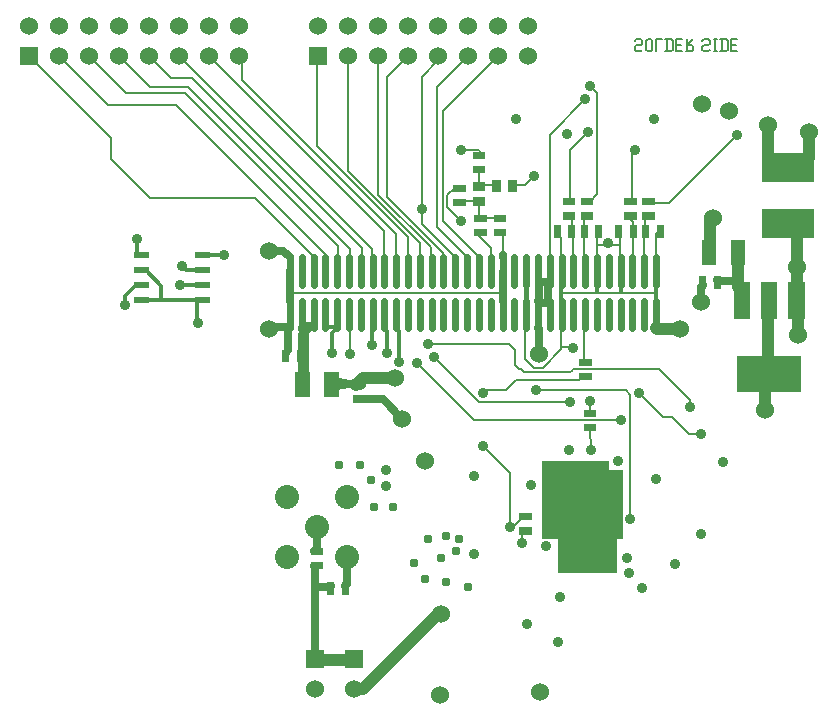
<source format=gbr>
G04 start of page 2 for group 0 idx 0
G04 Title: RX Daughterboard, solder *
G04 Creator: pcb-bin 1.99u *
G04 CreationDate: Sun Jan  7 00:01:30 2007 UTC *
G04 For: matt *
G04 Format: Gerber/RS-274X *
G04 PCB-Dimensions: 275000 250000 *
G04 PCB-Coordinate-Origin: lower left *
%MOIN*%
%FSLAX24Y24*%
%LNBACK*%
%ADD11C,0.0200*%
%ADD12C,0.0250*%
%ADD13C,0.0080*%
%ADD14C,0.0140*%
%ADD15C,0.0400*%
%ADD16C,0.0050*%
%ADD17R,0.0600X0.0600*%
%ADD18C,0.0600*%
%ADD19C,0.0800*%
%ADD20C,0.0360*%
%ADD21C,0.0350*%
%ADD22C,0.0600*%
%ADD23C,0.0310*%
%ADD24R,0.0240X0.0240*%
%ADD25R,0.0970X0.0970*%
%ADD26R,0.0480X0.0480*%
%ADD27C,0.0240*%
%ADD28R,0.0560X0.0560*%
%ADD29R,0.1220X0.1220*%
%ADD30R,0.0200X0.0200*%
%ADD31R,0.0295X0.0295*%
%ADD32C,0.0400*%
%ADD33C,0.0580*%
%ADD34C,0.1280*%
%ADD35C,0.0180*%
%ADD36C,0.0150*%
G54D11*G36*
X17900Y6500D02*Y9100D01*
X18615D01*
Y8227D01*
X18608Y8234D01*
X18596Y8217D01*
X18579Y8180D01*
X18568Y8140D01*
X18565Y8100D01*
X18568Y8059D01*
X18579Y8019D01*
X18596Y7982D01*
X18608Y7965D01*
X18615Y7972D01*
Y7877D01*
X18608Y7884D01*
X18596Y7867D01*
X18579Y7830D01*
X18568Y7790D01*
X18565Y7750D01*
X18568Y7709D01*
X18579Y7669D01*
X18596Y7632D01*
X18608Y7615D01*
X18615Y7622D01*
Y7527D01*
X18608Y7534D01*
X18596Y7517D01*
X18579Y7480D01*
X18568Y7440D01*
X18565Y7400D01*
X18568Y7359D01*
X18579Y7319D01*
X18596Y7282D01*
X18608Y7265D01*
X18615Y7272D01*
Y7177D01*
X18608Y7184D01*
X18596Y7167D01*
X18579Y7130D01*
X18568Y7090D01*
X18565Y7050D01*
X18568Y7009D01*
X18579Y6969D01*
X18596Y6932D01*
X18608Y6915D01*
X18615Y6922D01*
Y6500D01*
X18117D01*
X18095Y6505D01*
X18050Y6509D01*
X18004Y6505D01*
X17983Y6500D01*
X17900D01*
G37*
G36*
X18615Y9100D02*X18800D01*
Y8334D01*
X18759Y8331D01*
X18719Y8320D01*
X18682Y8303D01*
X18665Y8291D01*
X18722Y8234D01*
X18722Y8234D01*
X18747Y8245D01*
X18773Y8252D01*
X18800Y8254D01*
Y7984D01*
X18759Y7981D01*
X18719Y7970D01*
X18682Y7953D01*
X18665Y7941D01*
X18681Y7925D01*
X18665Y7908D01*
X18682Y7896D01*
X18719Y7879D01*
X18759Y7868D01*
X18800Y7865D01*
Y7634D01*
X18759Y7631D01*
X18719Y7620D01*
X18682Y7603D01*
X18665Y7591D01*
X18681Y7575D01*
X18665Y7558D01*
X18682Y7546D01*
X18719Y7529D01*
X18759Y7518D01*
X18800Y7515D01*
Y7284D01*
X18759Y7281D01*
X18719Y7270D01*
X18682Y7253D01*
X18665Y7241D01*
X18681Y7225D01*
X18665Y7208D01*
X18682Y7196D01*
X18719Y7179D01*
X18759Y7168D01*
X18800Y7165D01*
Y6895D01*
X18773Y6897D01*
X18747Y6904D01*
X18722Y6915D01*
X18722Y6916D01*
X18665Y6858D01*
X18682Y6846D01*
X18719Y6829D01*
X18759Y6818D01*
X18800Y6815D01*
Y6500D01*
X18615D01*
Y6922D01*
X18666Y6972D01*
X18665Y6972D01*
X18654Y6997D01*
X18647Y7023D01*
X18645Y7050D01*
X18647Y7076D01*
X18654Y7103D01*
X18665Y7127D01*
X18666Y7127D01*
X18615Y7177D01*
Y7272D01*
X18666Y7322D01*
X18665Y7322D01*
X18654Y7347D01*
X18647Y7373D01*
X18645Y7400D01*
X18647Y7426D01*
X18654Y7453D01*
X18665Y7477D01*
X18666Y7477D01*
X18615Y7527D01*
Y7622D01*
X18666Y7672D01*
X18665Y7672D01*
X18654Y7697D01*
X18647Y7723D01*
X18645Y7750D01*
X18647Y7776D01*
X18654Y7803D01*
X18665Y7827D01*
X18666Y7827D01*
X18615Y7877D01*
Y7972D01*
X18666Y8022D01*
X18665Y8022D01*
X18654Y8047D01*
X18647Y8073D01*
X18645Y8100D01*
X18647Y8126D01*
X18654Y8153D01*
X18665Y8177D01*
X18666Y8177D01*
X18615Y8227D01*
Y9100D01*
G37*
G36*
X18800D02*X19084D01*
Y8183D01*
X19059Y8181D01*
X19022Y8171D01*
X19020Y8180D01*
X19003Y8217D01*
X18991Y8234D01*
X18934Y8177D01*
X18934Y8177D01*
X18945Y8153D01*
X18952Y8126D01*
X18954Y8100D01*
X18952Y8073D01*
X18945Y8047D01*
X18908Y8084D01*
X18896Y8067D01*
X18879Y8030D01*
X18868Y7990D01*
X18867Y7974D01*
X18840Y7981D01*
X18800Y7984D01*
Y8254D01*
X18826Y8252D01*
X18853Y8245D01*
X18877Y8234D01*
X18877Y8234D01*
X18934Y8291D01*
X18917Y8303D01*
X18880Y8320D01*
X18840Y8331D01*
X18800Y8334D01*
Y9100D01*
G37*
G36*
Y7865D02*X18840Y7868D01*
X18877Y7878D01*
X18879Y7869D01*
X18896Y7832D01*
X18908Y7815D01*
X18966Y7872D01*
X18965Y7872D01*
X18954Y7897D01*
X18947Y7923D01*
X18945Y7950D01*
X18947Y7976D01*
X18954Y8002D01*
X18991Y7965D01*
X19003Y7982D01*
X19020Y8019D01*
X19031Y8059D01*
X19033Y8089D01*
X19047Y8095D01*
X19073Y8102D01*
X19084Y8103D01*
Y7796D01*
X19073Y7797D01*
X19047Y7804D01*
X19024Y7814D01*
X19020Y7830D01*
X19003Y7867D01*
X18991Y7884D01*
X18934Y7827D01*
X18934Y7827D01*
X18945Y7803D01*
X18952Y7776D01*
X18954Y7750D01*
X18952Y7723D01*
X18945Y7697D01*
X18934Y7672D01*
X18934Y7672D01*
X18991Y7615D01*
X19003Y7632D01*
X19020Y7669D01*
X19024Y7685D01*
X19047Y7695D01*
X19073Y7702D01*
X19084Y7703D01*
Y7433D01*
X19059Y7431D01*
X19032Y7424D01*
X19031Y7440D01*
X19020Y7480D01*
X19003Y7517D01*
X18991Y7534D01*
X18954Y7497D01*
X18947Y7523D01*
X18945Y7550D01*
X18947Y7576D01*
X18954Y7603D01*
X18965Y7627D01*
X18966Y7627D01*
X18908Y7684D01*
X18896Y7667D01*
X18879Y7630D01*
X18877Y7621D01*
X18840Y7631D01*
X18800Y7634D01*
Y7865D01*
G37*
G36*
Y7515D02*X18840Y7518D01*
X18867Y7526D01*
X18868Y7509D01*
X18879Y7469D01*
X18896Y7432D01*
X18908Y7415D01*
X18945Y7452D01*
X18952Y7426D01*
X18954Y7400D01*
X18952Y7373D01*
X18945Y7347D01*
X18934Y7322D01*
X18934Y7322D01*
X18991Y7265D01*
X19003Y7282D01*
X19020Y7319D01*
X19022Y7328D01*
X19059Y7318D01*
X19084Y7316D01*
Y7046D01*
X19073Y7047D01*
X19047Y7054D01*
X19033Y7060D01*
X19031Y7090D01*
X19020Y7130D01*
X19003Y7167D01*
X18991Y7184D01*
X18954Y7147D01*
X18947Y7173D01*
X18945Y7200D01*
X18947Y7226D01*
X18954Y7253D01*
X18965Y7277D01*
X18966Y7277D01*
X18908Y7334D01*
X18896Y7317D01*
X18879Y7280D01*
X18877Y7271D01*
X18840Y7281D01*
X18800Y7284D01*
Y7515D01*
G37*
G36*
Y7165D02*X18840Y7168D01*
X18867Y7176D01*
X18868Y7159D01*
X18879Y7119D01*
X18896Y7082D01*
X18908Y7065D01*
X18945Y7102D01*
X18952Y7076D01*
X18954Y7050D01*
X18952Y7023D01*
X18945Y6997D01*
X18934Y6972D01*
X18934Y6972D01*
X18991Y6915D01*
X19003Y6932D01*
X19020Y6969D01*
X19022Y6978D01*
X19059Y6968D01*
X19084Y6966D01*
Y6500D01*
X18800D01*
Y6815D01*
X18840Y6818D01*
X18880Y6829D01*
X18917Y6846D01*
X18934Y6858D01*
X18877Y6916D01*
X18877Y6915D01*
X18853Y6904D01*
X18826Y6897D01*
X18800Y6895D01*
Y7165D01*
G37*
G36*
X19084Y9100D02*X19350D01*
Y8384D01*
X19309Y8381D01*
X19269Y8370D01*
X19232Y8353D01*
X19215Y8341D01*
X19272Y8284D01*
X19272Y8284D01*
X19297Y8295D01*
X19323Y8302D01*
X19350Y8304D01*
Y7995D01*
X19329Y7996D01*
X19320Y8030D01*
X19303Y8067D01*
X19291Y8084D01*
X19234Y8027D01*
X19234Y8027D01*
X19245Y8003D01*
X19248Y7992D01*
X19215Y7958D01*
X19227Y7950D01*
X19215Y7941D01*
X19248Y7907D01*
X19245Y7897D01*
X19234Y7872D01*
X19234Y7872D01*
X19291Y7815D01*
X19303Y7832D01*
X19320Y7869D01*
X19329Y7903D01*
X19350Y7904D01*
Y7595D01*
X19329Y7596D01*
X19320Y7630D01*
X19303Y7667D01*
X19291Y7684D01*
X19234Y7627D01*
X19234Y7627D01*
X19245Y7603D01*
X19248Y7592D01*
X19215Y7558D01*
X19232Y7546D01*
X19253Y7536D01*
X19252Y7523D01*
X19245Y7497D01*
X19234Y7472D01*
X19234Y7472D01*
X19291Y7415D01*
X19303Y7432D01*
X19320Y7469D01*
X19324Y7485D01*
X19347Y7495D01*
X19350Y7496D01*
Y7234D01*
X19331Y7233D01*
X19331Y7240D01*
X19320Y7280D01*
X19303Y7317D01*
X19291Y7334D01*
X19254Y7297D01*
X19247Y7323D01*
X19245Y7350D01*
X19247Y7376D01*
X19254Y7403D01*
X19265Y7427D01*
X19266Y7427D01*
X19208Y7484D01*
X19196Y7467D01*
X19179Y7430D01*
X19177Y7421D01*
X19140Y7431D01*
X19100Y7434D01*
X19084Y7433D01*
Y7703D01*
X19100Y7704D01*
X19120Y7703D01*
X19129Y7669D01*
X19146Y7632D01*
X19158Y7615D01*
X19216Y7672D01*
X19215Y7672D01*
X19204Y7697D01*
X19201Y7707D01*
X19234Y7741D01*
X19222Y7750D01*
X19234Y7758D01*
X19201Y7792D01*
X19204Y7803D01*
X19215Y7827D01*
X19216Y7827D01*
X19158Y7884D01*
X19146Y7867D01*
X19129Y7830D01*
X19120Y7796D01*
X19100Y7795D01*
X19084Y7796D01*
Y8103D01*
X19100Y8104D01*
X19120Y8103D01*
X19129Y8069D01*
X19146Y8032D01*
X19158Y8015D01*
X19216Y8072D01*
X19215Y8072D01*
X19204Y8097D01*
X19201Y8107D01*
X19234Y8141D01*
X19217Y8153D01*
X19196Y8163D01*
X19197Y8176D01*
X19204Y8203D01*
X19215Y8227D01*
X19216Y8227D01*
X19158Y8284D01*
X19146Y8267D01*
X19129Y8230D01*
X19118Y8190D01*
X19118Y8183D01*
X19100Y8184D01*
X19084Y8183D01*
Y9100D01*
G37*
G36*
Y7316D02*X19100Y7315D01*
X19140Y7318D01*
X19167Y7326D01*
X19168Y7309D01*
X19179Y7269D01*
X19196Y7232D01*
X19208Y7215D01*
X19245Y7252D01*
X19252Y7226D01*
X19253Y7213D01*
X19232Y7203D01*
X19215Y7191D01*
X19248Y7157D01*
X19245Y7147D01*
X19234Y7122D01*
X19234Y7122D01*
X19291Y7065D01*
X19303Y7082D01*
X19320Y7119D01*
X19322Y7128D01*
X19350Y7121D01*
Y6845D01*
X19323Y6847D01*
X19297Y6854D01*
X19272Y6865D01*
X19272Y6866D01*
X19215Y6808D01*
X19232Y6796D01*
X19269Y6779D01*
X19309Y6768D01*
X19350Y6765D01*
Y6500D01*
X19084D01*
Y6966D01*
X19100Y6965D01*
X19118Y6966D01*
X19118Y6959D01*
X19129Y6919D01*
X19146Y6882D01*
X19158Y6865D01*
X19216Y6922D01*
X19215Y6922D01*
X19204Y6947D01*
X19197Y6973D01*
X19196Y6986D01*
X19217Y6996D01*
X19234Y7008D01*
X19201Y7042D01*
X19204Y7053D01*
X19215Y7077D01*
X19216Y7077D01*
X19158Y7134D01*
X19146Y7117D01*
X19129Y7080D01*
X19120Y7046D01*
X19100Y7045D01*
X19084Y7046D01*
Y7316D01*
G37*
G36*
X19350Y9100D02*X19650D01*
Y8178D01*
X19640Y8181D01*
X19600Y8184D01*
X19581Y8183D01*
X19581Y8190D01*
X19570Y8230D01*
X19553Y8267D01*
X19541Y8284D01*
X19484Y8227D01*
X19484Y8227D01*
X19495Y8203D01*
X19502Y8176D01*
X19503Y8163D01*
X19482Y8153D01*
X19465Y8141D01*
X19498Y8107D01*
X19495Y8097D01*
X19484Y8072D01*
X19484Y8072D01*
X19541Y8015D01*
X19553Y8032D01*
X19570Y8069D01*
X19579Y8103D01*
X19600Y8104D01*
X19626Y8102D01*
X19650Y8096D01*
Y7803D01*
X19626Y7797D01*
X19600Y7795D01*
X19579Y7796D01*
X19570Y7830D01*
X19553Y7867D01*
X19541Y7884D01*
X19484Y7827D01*
X19484Y7827D01*
X19495Y7803D01*
X19498Y7792D01*
X19465Y7758D01*
X19482Y7746D01*
X19503Y7736D01*
X19502Y7723D01*
X19495Y7697D01*
X19484Y7672D01*
X19484Y7672D01*
X19541Y7615D01*
X19553Y7632D01*
X19570Y7669D01*
X19574Y7685D01*
X19597Y7695D01*
X19623Y7702D01*
X19650Y7704D01*
Y7395D01*
X19629Y7396D01*
X19620Y7430D01*
X19603Y7467D01*
X19591Y7484D01*
X19534Y7427D01*
X19534Y7427D01*
X19545Y7403D01*
X19548Y7392D01*
X19515Y7358D01*
X19527Y7350D01*
X19515Y7341D01*
X19548Y7307D01*
X19545Y7297D01*
X19534Y7272D01*
X19534Y7272D01*
X19591Y7215D01*
X19603Y7232D01*
X19620Y7269D01*
X19629Y7303D01*
X19650Y7304D01*
Y6995D01*
X19623Y6997D01*
X19597Y7004D01*
X19583Y7010D01*
X19581Y7040D01*
X19570Y7080D01*
X19553Y7117D01*
X19541Y7134D01*
X19504Y7097D01*
X19497Y7123D01*
X19496Y7136D01*
X19517Y7146D01*
X19534Y7158D01*
X19501Y7192D01*
X19504Y7203D01*
X19515Y7227D01*
X19516Y7227D01*
X19458Y7284D01*
X19446Y7267D01*
X19429Y7230D01*
X19427Y7221D01*
X19390Y7231D01*
X19350Y7234D01*
Y7496D01*
X19373Y7502D01*
X19400Y7504D01*
X19420Y7503D01*
X19429Y7469D01*
X19446Y7432D01*
X19458Y7415D01*
X19516Y7472D01*
X19515Y7472D01*
X19504Y7497D01*
X19501Y7507D01*
X19534Y7541D01*
X19517Y7553D01*
X19496Y7563D01*
X19497Y7576D01*
X19504Y7603D01*
X19515Y7627D01*
X19516Y7627D01*
X19458Y7684D01*
X19446Y7667D01*
X19429Y7630D01*
X19425Y7614D01*
X19403Y7604D01*
X19376Y7597D01*
X19350Y7595D01*
Y7904D01*
X19370Y7903D01*
X19379Y7869D01*
X19396Y7832D01*
X19408Y7815D01*
X19466Y7872D01*
X19465Y7872D01*
X19454Y7897D01*
X19451Y7907D01*
X19484Y7941D01*
X19472Y7950D01*
X19484Y7958D01*
X19451Y7992D01*
X19454Y8003D01*
X19465Y8027D01*
X19466Y8027D01*
X19408Y8084D01*
X19396Y8067D01*
X19379Y8030D01*
X19370Y7996D01*
X19350Y7995D01*
Y8304D01*
X19376Y8302D01*
X19403Y8295D01*
X19427Y8284D01*
X19427Y8284D01*
X19484Y8341D01*
X19467Y8353D01*
X19430Y8370D01*
X19390Y8381D01*
X19350Y8384D01*
Y9100D01*
G37*
G36*
X19650D02*X19900D01*
Y8334D01*
X19859Y8331D01*
X19819Y8320D01*
X19782Y8303D01*
X19765Y8291D01*
X19822Y8234D01*
X19822Y8234D01*
X19847Y8245D01*
X19873Y8252D01*
X19900Y8254D01*
Y7984D01*
X19859Y7981D01*
X19832Y7974D01*
X19831Y7990D01*
X19820Y8030D01*
X19803Y8067D01*
X19791Y8084D01*
X19754Y8047D01*
X19747Y8073D01*
X19745Y8100D01*
X19747Y8126D01*
X19754Y8153D01*
X19765Y8177D01*
X19766Y8177D01*
X19708Y8234D01*
X19696Y8217D01*
X19679Y8180D01*
X19677Y8171D01*
X19650Y8178D01*
Y9100D01*
G37*
G36*
X19900Y7228D02*X19872Y7221D01*
X19870Y7230D01*
X19853Y7267D01*
X19841Y7284D01*
X19784Y7227D01*
X19784Y7227D01*
X19795Y7203D01*
X19798Y7192D01*
X19765Y7158D01*
X19782Y7146D01*
X19803Y7136D01*
X19802Y7123D01*
X19795Y7097D01*
X19758Y7134D01*
X19746Y7117D01*
X19729Y7080D01*
X19718Y7040D01*
X19716Y7010D01*
X19703Y7004D01*
X19676Y6997D01*
X19650Y6995D01*
Y7304D01*
X19670Y7303D01*
X19679Y7269D01*
X19696Y7232D01*
X19708Y7215D01*
X19766Y7272D01*
X19765Y7272D01*
X19754Y7297D01*
X19751Y7307D01*
X19784Y7341D01*
X19772Y7350D01*
X19784Y7358D01*
X19751Y7392D01*
X19754Y7403D01*
X19765Y7427D01*
X19766Y7427D01*
X19708Y7484D01*
X19696Y7467D01*
X19679Y7430D01*
X19670Y7396D01*
X19650Y7395D01*
Y7704D01*
X19670Y7703D01*
X19679Y7669D01*
X19696Y7632D01*
X19708Y7615D01*
X19766Y7672D01*
X19765Y7672D01*
X19754Y7697D01*
X19751Y7707D01*
X19784Y7741D01*
X19767Y7753D01*
X19746Y7763D01*
X19747Y7776D01*
X19754Y7803D01*
X19765Y7827D01*
X19766Y7827D01*
X19708Y7884D01*
X19696Y7867D01*
X19679Y7830D01*
X19675Y7814D01*
X19653Y7804D01*
X19650Y7803D01*
Y8096D01*
X19653Y8095D01*
X19666Y8089D01*
X19668Y8059D01*
X19679Y8019D01*
X19696Y7982D01*
X19708Y7965D01*
X19745Y8002D01*
X19752Y7976D01*
X19754Y7950D01*
X19752Y7923D01*
X19745Y7897D01*
X19734Y7872D01*
X19734Y7872D01*
X19791Y7815D01*
X19803Y7832D01*
X19820Y7869D01*
X19822Y7878D01*
X19859Y7868D01*
X19900Y7865D01*
Y7595D01*
X19879Y7596D01*
X19870Y7630D01*
X19853Y7667D01*
X19841Y7684D01*
X19784Y7627D01*
X19784Y7627D01*
X19795Y7603D01*
X19798Y7592D01*
X19765Y7558D01*
X19777Y7550D01*
X19765Y7541D01*
X19798Y7507D01*
X19795Y7497D01*
X19784Y7472D01*
X19784Y7472D01*
X19841Y7415D01*
X19853Y7432D01*
X19870Y7469D01*
X19879Y7503D01*
X19900Y7504D01*
Y7228D01*
G37*
G36*
Y9100D02*X20084D01*
Y8228D01*
X20034Y8177D01*
X20034Y8177D01*
X20045Y8153D01*
X20052Y8126D01*
X20054Y8100D01*
X20052Y8073D01*
X20045Y8047D01*
X20034Y8022D01*
X20034Y8022D01*
X20084Y7972D01*
Y7878D01*
X20034Y7827D01*
X20034Y7827D01*
X20045Y7803D01*
X20052Y7776D01*
X20054Y7750D01*
X20052Y7723D01*
X20045Y7697D01*
X20034Y7672D01*
X20034Y7672D01*
X20084Y7622D01*
Y7478D01*
X20034Y7427D01*
X20034Y7427D01*
X20045Y7403D01*
X20052Y7376D01*
X20054Y7350D01*
X20052Y7323D01*
X20045Y7297D01*
X20034Y7272D01*
X20034Y7272D01*
X20084Y7222D01*
Y7191D01*
X20067Y7203D01*
X20030Y7220D01*
X19990Y7231D01*
X19950Y7234D01*
X19909Y7231D01*
X19900Y7228D01*
Y7504D01*
X19926Y7502D01*
X19953Y7495D01*
X19977Y7484D01*
X19977Y7484D01*
X20034Y7541D01*
X20022Y7550D01*
X20034Y7558D01*
X19977Y7616D01*
X19977Y7615D01*
X19953Y7604D01*
X19926Y7597D01*
X19900Y7595D01*
Y7865D01*
X19940Y7868D01*
X19980Y7879D01*
X20017Y7896D01*
X20034Y7908D01*
X20018Y7925D01*
X20034Y7941D01*
X20017Y7953D01*
X19980Y7970D01*
X19940Y7981D01*
X19900Y7984D01*
Y8254D01*
X19926Y8252D01*
X19953Y8245D01*
X19977Y8234D01*
X19977Y8234D01*
X20034Y8291D01*
X20017Y8303D01*
X19980Y8320D01*
X19940Y8331D01*
X19900Y8334D01*
Y9100D01*
G37*
G36*
X19350Y7121D02*X19359Y7118D01*
X19400Y7115D01*
X19418Y7116D01*
X19418Y7109D01*
X19429Y7069D01*
X19446Y7032D01*
X19458Y7015D01*
X19495Y7052D01*
X19502Y7026D01*
X19504Y7000D01*
X19502Y6973D01*
X19495Y6947D01*
X19484Y6922D01*
X19484Y6922D01*
X19541Y6865D01*
X19553Y6882D01*
X19570Y6919D01*
X19572Y6928D01*
X19609Y6918D01*
X19650Y6915D01*
X19690Y6918D01*
X19727Y6928D01*
X19729Y6919D01*
X19746Y6882D01*
X19758Y6865D01*
X19816Y6922D01*
X19815Y6922D01*
X19804Y6947D01*
X19797Y6973D01*
X19795Y7000D01*
X19797Y7026D01*
X19804Y7052D01*
X19841Y7015D01*
X19853Y7032D01*
X19870Y7069D01*
X19881Y7109D01*
X19881Y7116D01*
X19900Y7115D01*
X19940Y7118D01*
X19980Y7129D01*
X20009Y7142D01*
X20027Y7134D01*
X20027Y7134D01*
X20084Y7190D01*
Y7078D01*
X20084Y7077D01*
X20084Y7077D01*
X20084Y7076D01*
Y6923D01*
X20084Y6922D01*
X20084Y6922D01*
X20084Y6922D01*
Y6809D01*
X20027Y6866D01*
X20027Y6865D01*
X20003Y6854D01*
X19976Y6847D01*
X19950Y6845D01*
X19923Y6847D01*
X19897Y6854D01*
X19872Y6865D01*
X19872Y6866D01*
X19815Y6808D01*
X19832Y6796D01*
X19869Y6779D01*
X19909Y6768D01*
X19950Y6765D01*
X19990Y6768D01*
X20030Y6779D01*
X20067Y6796D01*
X20084Y6808D01*
Y6500D01*
X19350D01*
Y6765D01*
X19390Y6768D01*
X19430Y6779D01*
X19467Y6796D01*
X19484Y6808D01*
X19427Y6866D01*
X19427Y6865D01*
X19403Y6854D01*
X19376Y6847D01*
X19350Y6845D01*
Y7121D01*
G37*
G36*
X20084Y9100D02*X20150D01*
Y7122D01*
X20141Y7134D01*
X20084Y7078D01*
Y7190D01*
X20084Y7191D01*
X20084Y7191D01*
Y7222D01*
X20091Y7215D01*
X20103Y7232D01*
X20120Y7269D01*
X20131Y7309D01*
X20134Y7350D01*
X20131Y7390D01*
X20120Y7430D01*
X20103Y7467D01*
X20091Y7484D01*
X20084Y7478D01*
Y7622D01*
X20091Y7615D01*
X20103Y7632D01*
X20120Y7669D01*
X20131Y7709D01*
X20134Y7750D01*
X20131Y7790D01*
X20120Y7830D01*
X20103Y7867D01*
X20091Y7884D01*
X20084Y7878D01*
Y7972D01*
X20091Y7965D01*
X20103Y7982D01*
X20120Y8019D01*
X20131Y8059D01*
X20134Y8100D01*
X20131Y8140D01*
X20120Y8180D01*
X20103Y8217D01*
X20091Y8234D01*
X20084Y8228D01*
Y9100D01*
G37*
G36*
Y7076D02*X20095Y7053D01*
X20102Y7026D01*
X20104Y7000D01*
X20102Y6973D01*
X20095Y6947D01*
X20084Y6923D01*
Y7076D01*
G37*
G36*
Y6922D02*X20141Y6865D01*
X20150Y6877D01*
Y6500D01*
X20084D01*
Y6808D01*
X20084Y6808D01*
X20084Y6809D01*
Y6922D01*
G37*
G36*
X19750Y6500D02*Y6877D01*
X19758Y6865D01*
X19816Y6922D01*
X19815Y6922D01*
X19804Y6947D01*
X19797Y6973D01*
X19795Y7000D01*
X19797Y7026D01*
X19804Y7052D01*
X19841Y7015D01*
X19853Y7032D01*
X19870Y7069D01*
X19881Y7109D01*
X19881Y7116D01*
X19900Y7115D01*
X19940Y7118D01*
X19980Y7129D01*
X20009Y7142D01*
X20027Y7134D01*
X20027Y7134D01*
X20084Y7190D01*
Y7078D01*
X20084Y7077D01*
X20084Y7077D01*
X20084Y7076D01*
Y6923D01*
X20084Y6922D01*
X20084Y6922D01*
X20084Y6922D01*
Y6809D01*
X20027Y6866D01*
X20027Y6865D01*
X20003Y6854D01*
X19976Y6847D01*
X19950Y6845D01*
X19923Y6847D01*
X19897Y6854D01*
X19872Y6865D01*
X19872Y6866D01*
X19815Y6808D01*
X19832Y6796D01*
X19869Y6779D01*
X19909Y6768D01*
X19950Y6765D01*
X19990Y6768D01*
X20030Y6779D01*
X20067Y6796D01*
X20084Y6808D01*
Y6500D01*
X19750D01*
G37*
G36*
X19900Y7228D02*X19872Y7221D01*
X19870Y7230D01*
X19853Y7267D01*
X19841Y7284D01*
X19784Y7227D01*
X19784Y7227D01*
X19795Y7203D01*
X19798Y7192D01*
X19765Y7158D01*
X19782Y7146D01*
X19803Y7136D01*
X19802Y7123D01*
X19795Y7097D01*
X19758Y7134D01*
X19750Y7122D01*
Y7256D01*
X19766Y7272D01*
X19765Y7272D01*
X19754Y7297D01*
X19751Y7307D01*
X19784Y7341D01*
X19772Y7350D01*
X19784Y7358D01*
X19751Y7392D01*
X19754Y7403D01*
X19765Y7427D01*
X19766Y7427D01*
X19750Y7443D01*
Y7656D01*
X19766Y7672D01*
X19765Y7672D01*
X19754Y7697D01*
X19751Y7707D01*
X19784Y7741D01*
X19767Y7753D01*
X19750Y7761D01*
Y7786D01*
X19754Y7803D01*
X19765Y7827D01*
X19766Y7827D01*
X19750Y7843D01*
Y7856D01*
X19791Y7815D01*
X19803Y7832D01*
X19820Y7869D01*
X19822Y7878D01*
X19859Y7868D01*
X19900Y7865D01*
Y7595D01*
X19879Y7596D01*
X19870Y7630D01*
X19853Y7667D01*
X19841Y7684D01*
X19784Y7627D01*
X19784Y7627D01*
X19795Y7603D01*
X19798Y7592D01*
X19765Y7558D01*
X19777Y7550D01*
X19765Y7541D01*
X19798Y7507D01*
X19795Y7497D01*
X19784Y7472D01*
X19784Y7472D01*
X19841Y7415D01*
X19853Y7432D01*
X19870Y7469D01*
X19879Y7503D01*
X19900Y7504D01*
Y7228D01*
G37*
G36*
Y7984D02*X19859Y7981D01*
X19832Y7974D01*
X19831Y7990D01*
X19820Y8030D01*
X19803Y8067D01*
X19791Y8084D01*
X19754Y8047D01*
X19750Y8063D01*
Y8136D01*
X19754Y8153D01*
X19765Y8177D01*
X19766Y8177D01*
X19750Y8193D01*
Y8800D01*
X19900D01*
Y8334D01*
X19859Y8331D01*
X19819Y8320D01*
X19782Y8303D01*
X19765Y8291D01*
X19822Y8234D01*
X19822Y8234D01*
X19847Y8245D01*
X19873Y8252D01*
X19900Y8254D01*
Y7984D01*
G37*
G36*
X20084Y7191D02*X20067Y7203D01*
X20030Y7220D01*
X19990Y7231D01*
X19950Y7234D01*
X19909Y7231D01*
X19900Y7228D01*
Y7504D01*
X19926Y7502D01*
X19953Y7495D01*
X19977Y7484D01*
X19977Y7484D01*
X20034Y7541D01*
X20022Y7550D01*
X20034Y7558D01*
X19977Y7616D01*
X19977Y7615D01*
X19953Y7604D01*
X19926Y7597D01*
X19900Y7595D01*
Y7865D01*
X19940Y7868D01*
X19980Y7879D01*
X20017Y7896D01*
X20034Y7908D01*
X20018Y7925D01*
X20034Y7941D01*
X20017Y7953D01*
X19980Y7970D01*
X19940Y7981D01*
X19900Y7984D01*
Y8254D01*
X19926Y8252D01*
X19953Y8245D01*
X19977Y8234D01*
X19977Y8234D01*
X20034Y8291D01*
X20017Y8303D01*
X19980Y8320D01*
X19940Y8331D01*
X19900Y8334D01*
Y8800D01*
X20084D01*
Y8228D01*
X20034Y8177D01*
X20034Y8177D01*
X20045Y8153D01*
X20052Y8126D01*
X20054Y8100D01*
X20052Y8073D01*
X20045Y8047D01*
X20034Y8022D01*
X20034Y8022D01*
X20084Y7972D01*
Y7878D01*
X20034Y7827D01*
X20034Y7827D01*
X20045Y7803D01*
X20052Y7776D01*
X20054Y7750D01*
X20052Y7723D01*
X20045Y7697D01*
X20034Y7672D01*
X20034Y7672D01*
X20084Y7622D01*
Y7478D01*
X20034Y7427D01*
X20034Y7427D01*
X20045Y7403D01*
X20052Y7376D01*
X20054Y7350D01*
X20052Y7323D01*
X20045Y7297D01*
X20034Y7272D01*
X20034Y7272D01*
X20084Y7222D01*
Y7191D01*
G37*
G36*
Y7190D02*X20084Y7191D01*
X20084Y7191D01*
Y7222D01*
X20091Y7215D01*
X20103Y7232D01*
X20120Y7269D01*
X20131Y7309D01*
X20134Y7350D01*
X20131Y7390D01*
X20120Y7430D01*
X20103Y7467D01*
X20091Y7484D01*
X20084Y7478D01*
Y7622D01*
X20091Y7615D01*
X20103Y7632D01*
X20120Y7669D01*
X20131Y7709D01*
X20134Y7750D01*
X20131Y7790D01*
X20120Y7830D01*
X20103Y7867D01*
X20091Y7884D01*
X20084Y7878D01*
Y7972D01*
X20091Y7965D01*
X20103Y7982D01*
X20120Y8019D01*
X20131Y8059D01*
X20134Y8100D01*
X20131Y8140D01*
X20120Y8180D01*
X20103Y8217D01*
X20091Y8234D01*
X20084Y8228D01*
Y8800D01*
X20600D01*
Y7217D01*
X20594Y7195D01*
X20590Y7150D01*
X20594Y7104D01*
X20600Y7083D01*
Y6500D01*
X20084D01*
Y6808D01*
X20084Y6808D01*
X20084Y6809D01*
Y6922D01*
X20141Y6865D01*
X20153Y6882D01*
X20170Y6919D01*
X20181Y6959D01*
X20184Y7000D01*
X20181Y7040D01*
X20170Y7080D01*
X20153Y7117D01*
X20141Y7134D01*
X20084Y7078D01*
Y7190D01*
G37*
G36*
Y7076D02*X20095Y7053D01*
X20102Y7026D01*
X20104Y7000D01*
X20102Y6973D01*
X20095Y6947D01*
X20084Y6923D01*
Y7076D01*
G37*
G36*
X18450Y5350D02*Y6600D01*
X20400D01*
Y5350D01*
X18450D01*
G37*
G54D12*X16585Y14428D02*X16600Y14443D01*
Y15400D01*
G54D13*X15798Y15881D02*X15800Y15882D01*
G54D12*X16585Y15881D02*Y15964D01*
G54D13*X15404Y15881D02*X15450Y15926D01*
X17373Y14428D02*X17350Y14452D01*
Y15250D01*
G54D14*X17373Y14428D02*X17400Y14455D01*
Y15100D01*
X17350D01*
G54D13*X14600Y16036D02*Y15550D01*
X15050Y15900D02*Y15650D01*
X15404Y15881D02*X14400Y16885D01*
X16200Y15900D02*Y16200D01*
X16600Y15950D02*Y16700D01*
X16550Y16750D01*
X15011Y15881D02*X15000Y15892D01*
X15798Y15881D02*X14600Y17079D01*
X16450Y22350D02*Y22600D01*
X14450D02*X14400D01*
X14450Y22450D02*Y22550D01*
X15450Y22600D02*X14400Y21550D01*
X16450Y22600D02*X14600Y20750D01*
Y20700D01*
X14400Y16900D02*Y21550D01*
X14600Y17079D02*Y20750D01*
X15800Y17750D02*X15250D01*
X15200Y17700D01*
Y17100D02*X14750Y17550D01*
Y17950D01*
X15000Y18200D01*
X15200D01*
X15800Y18300D02*X16393D01*
X15800Y18800D02*Y18250D01*
X15200Y19450D02*X15800D01*
X15850Y19400D01*
Y19300D01*
X16393Y18300D02*X16394Y18299D01*
X18160Y19960D02*X19350Y21150D01*
X19450Y20050D02*X18850Y19450D01*
Y17700D01*
X19750Y18000D02*Y21350D01*
X19500Y21600D01*
X16200Y16200D02*X15700Y16700D01*
X16450Y17200D02*X15900D01*
X15800D02*Y17800D01*
X18160Y15881D02*Y19960D01*
X15893Y18200D02*X15899Y18205D01*
X15905Y18200D02*X15899Y18205D01*
X15850Y18200D02*X15893D01*
X16950Y18300D02*X17350D01*
X17650Y18600D01*
G54D12*X10310Y6090D02*X10400Y6180D01*
Y6850D01*
X10310Y5610D02*X10350Y5570D01*
X10860Y4940D02*X10820Y4900D01*
X10400D01*
X11340Y4940D02*X11400Y5000D01*
Y5700D01*
X10350Y5570D02*Y2500D01*
G54D15*Y2450D02*X11700D01*
X11650Y1500D02*X11950D01*
X14400Y3950D01*
X26380Y14110D02*X26450Y14040D01*
X26400Y14790D02*Y16750D01*
X26380Y14770D02*X26400Y14790D01*
X26450Y14040D02*Y13300D01*
X25020Y12000D02*X25450Y12430D01*
Y14400D01*
X24570Y14770D02*X24450Y14890D01*
Y15950D01*
X25020Y12000D02*X25350Y11670D01*
Y10800D01*
G54D13*X20522Y14971D02*X20550Y14944D01*
G54D12*X23260Y14960D02*X23200Y14900D01*
X23740Y15140D02*X23780Y15100D01*
X24500D01*
G54D13*X20550Y14944D02*Y14700D01*
G54D14*Y14944D02*Y14750D01*
G54D15*X21704Y13518D02*X21722Y13500D01*
X22500D01*
G54D12*X23200Y14900D02*Y14400D01*
G54D13*X20916Y15881D02*X20950Y15914D01*
X21310Y15881D02*X21300Y15891D01*
Y16750D01*
X20950Y15914D02*Y17070D01*
X21360Y16840D02*X21350Y16850D01*
Y17250D01*
X20500Y16620D02*Y15750D01*
X21704Y15881D02*X21700Y15885D01*
Y16650D01*
X21800Y16750D01*
X21840D01*
X21704Y14428D02*X21700Y14432D01*
Y15200D01*
X19735Y15881D02*X19750Y15895D01*
Y16750D01*
X19341Y15881D02*X19300Y15922D01*
Y16750D01*
X19735Y14971D02*X19750Y14956D01*
G54D14*X21700Y14432D02*Y15150D01*
G54D13*X19260Y12390D02*X19300Y12430D01*
Y13600D01*
X18554Y14428D02*X18550Y14433D01*
X21700Y14700D02*X18550D01*
G54D12*X17767Y14428D02*X17800Y14461D01*
G54D13*X18550Y14433D02*Y15150D01*
G54D14*Y14433D02*Y15200D01*
G54D12*X17800Y14461D02*Y15050D01*
X18100D01*
Y14350D01*
G54D13*X19750Y14956D02*Y14700D01*
G54D14*Y14956D02*Y14750D01*
G54D12*X18100Y14350D02*X17850D01*
X17767Y13518D02*X17800Y13485D01*
G54D13*X19500Y10780D02*Y11050D01*
X19410Y10690D02*X19500Y10780D01*
X21150Y11350D02*X21950Y10550D01*
X21850Y12140D02*X22850Y11140D01*
Y10900D01*
X22800Y10000D02*X23200D01*
X22850Y10900D02*Y11100D01*
X21950Y10550D02*X22250D01*
X22800Y10000D01*
X21850Y12150D02*X18950D01*
G54D15*X19950Y6800D02*X19250D01*
X19600D02*X19950D01*
X20100Y6850D02*X19950Y7000D01*
G54D13*X17250Y6750D02*Y6350D01*
G54D15*X18950Y7450D02*X19600Y6800D01*
X19350Y7450D02*X18950D01*
X19800Y7300D02*X19050D01*
X19950Y7000D02*X18650D01*
X18750Y7100D01*
X19850Y7250D02*X19800Y7300D01*
G54D13*X17260Y6760D02*X17250Y6750D01*
X17260Y7240D02*X16920Y6900D01*
X16850D01*
X15950Y9600D02*X16850Y8700D01*
Y6900D01*
X20850Y7150D02*Y11200D01*
Y11300D02*Y11150D01*
G54D15*X18500Y8100D02*X18600Y8200D01*
X20050D01*
X20100Y8150D01*
X18800Y7850D02*X19850D01*
G54D13*X19550Y9450D02*X19500Y10200D01*
G54D15*X19450Y7550D02*X19350Y7450D01*
X19300Y7550D02*X19450D01*
X20100Y8150D02*Y6850D01*
X19850Y7850D02*Y7250D01*
X18750Y7100D02*Y7800D01*
X19050Y7300D02*X19300Y7550D01*
X18750Y7800D02*X18800Y7850D01*
G54D13*X11500Y13600D02*Y12650D01*
G54D14*X13150Y13411D02*Y12400D01*
G54D12*X11890Y11640D02*X11700Y11730D01*
X11830Y11700D02*X11700Y11600D01*
X12590Y11160D02*X11800D01*
X13250Y10500D02*X12590Y11160D01*
G54D15*X11710Y11640D02*X11920Y11850D01*
G54D13*X14100Y13000D02*X16800D01*
X16740Y11510D02*X17030Y11800D01*
X13750Y12350D02*X15650Y10450D01*
X14300Y12550D02*X15800Y11050D01*
X16750Y11500D02*X16700Y11450D01*
X15900D01*
X17700D02*X20700D01*
X15650Y10450D02*X20550D01*
X17900Y11050D02*X18850D01*
X20700Y11450D02*X20850Y11300D01*
X18950Y12150D02*X18899Y12099D01*
X18900Y12100D02*X18850Y12050D01*
X17300D01*
X17200Y12150D01*
X17150D01*
X19260Y11910D02*X19150Y11800D01*
X17030D01*
X15800Y11050D02*X18050D01*
G54D12*X17800Y13485D02*Y12650D01*
G54D13*X17350Y13495D02*Y12500D01*
X17373Y13518D02*X17350Y13495D01*
X17650Y12200D02*X17929D01*
X18550Y12820D02*Y13550D01*
X18554Y13518D02*X18550Y13550D01*
X17000Y12300D02*X17150Y12150D01*
X16800Y13000D02*X17000Y12800D01*
Y12300D01*
X17350Y12500D02*X17550Y12299D01*
X17550Y12300D02*X17650Y12200D01*
X17929D02*X18550Y12820D01*
X18950Y12850D02*X18900Y12900D01*
X18550D01*
X19310Y16840D02*X19300Y16750D01*
X20760Y17260D02*X20950Y17070D01*
X19310Y16840D02*X19300Y16850D01*
Y17200D01*
X20460Y16660D02*X20500Y16620D01*
X18890Y17260D02*X18900Y17250D01*
Y16750D01*
X18410Y16660D02*X18550Y16520D01*
Y15900D01*
X18890Y16660D02*X18950Y16600D01*
Y15850D01*
X19490Y17740D02*X19750Y18000D01*
G54D15*X23500Y17100D02*Y15900D01*
G54D13*X19750Y16300D02*X20500D01*
G54D15*X26490Y18890D02*X26800Y19200D01*
Y20050D01*
X25710Y18890D02*X25450Y19150D01*
Y20300D01*
G54D13*X24400Y19950D02*X22150Y17700D01*
X21500D01*
X21000Y19450D02*X20900Y19350D01*
Y17800D01*
G54D15*X23600Y17200D02*X23500Y17100D01*
G54D13*X6000Y21350D02*X11100Y16250D01*
X8350Y17850D02*X10300Y15900D01*
G54D14*X6050Y15450D02*X6500D01*
X7300Y15950D02*X6590D01*
G54D13*X1800Y22600D02*X3450Y20950D01*
X800Y22600D02*X3550Y19850D01*
X2800Y22600D02*X4050Y21350D01*
X3550Y19850D02*Y19150D01*
X4850Y17850D01*
X3450Y20950D02*X5700D01*
X4050Y21350D02*X6000D01*
X4800Y22600D02*X5550Y21850D01*
X6250D01*
X3800Y22600D02*X4850Y21550D01*
X6800Y22600D02*X12650Y16750D01*
X5800Y22600D02*X12250Y16150D01*
X6250Y21850D02*X11900Y16200D01*
X6100Y21550D02*X11500Y16150D01*
X7800Y22600D02*X7850Y22550D01*
X7800Y22600D02*X7900Y22500D01*
Y21800D01*
X13050Y16650D01*
Y16350D01*
X10450Y22600D02*X10400Y22550D01*
X12750Y21900D02*Y17886D01*
X10400Y22550D02*Y19600D01*
X11450Y22600D02*Y18762D01*
X12450Y22600D02*Y17974D01*
X13450Y22600D02*X12750Y21900D01*
X13900D02*X14450Y22450D01*
X13900Y16992D02*Y21900D01*
X5700Y20950D02*X10700Y15950D01*
X4850Y17850D02*X8350D01*
G54D12*X9280Y16100D02*X8800D01*
G54D13*X4850Y21550D02*X6100D01*
G54D14*X6450Y14950D02*X5850D01*
X4410Y14450D02*X6500D01*
X5200Y14940D02*Y14450D01*
X5900Y15600D02*X6050Y15450D01*
X4410Y15950D02*X4400Y15960D01*
Y16500D01*
X4690Y15450D02*X5200Y14940D01*
X4000Y14300D02*Y14600D01*
X4400Y15000D01*
G54D13*X11500Y16150D02*Y15750D01*
X12650Y16750D02*Y15700D01*
X12250Y16150D02*Y15600D01*
X11900Y16200D02*Y15850D01*
X13042Y15881D02*X13050Y15888D01*
Y16400D01*
X10400Y19600D02*X13450Y16550D01*
X11450Y18762D02*X13850Y16362D01*
X13450Y16550D02*Y15700D01*
X13850Y16362D02*Y15700D01*
X12450Y17974D02*X14200Y16224D01*
Y15750D01*
X9500Y14700D02*X16600D01*
X12750Y17886D02*X14600Y16036D01*
X15011Y15881D02*X13900Y16992D01*
G54D14*X12255Y13518D02*X12250Y13513D01*
Y12950D01*
X12648Y13518D02*X12750Y13417D01*
Y12700D01*
X13042Y13518D02*X13150Y13411D01*
G54D12*X10960Y11750D02*X11850Y11600D01*
X11700Y11700D02*X11050Y11600D01*
G54D15*X11920Y11850D02*X13000D01*
G54D12*X9499Y14428D02*Y15426D01*
G54D13*X11100Y16250D02*Y15700D01*
X10700Y15950D02*Y15650D01*
X10300Y15900D02*Y15750D01*
G54D12*X9499Y15881D02*X9280Y16100D01*
X9499Y13518D02*X9468Y13550D01*
X9450Y12780D02*Y13550D01*
X9468D02*X8800D01*
G54D14*X6450Y13700D02*X6400Y13750D01*
Y14500D01*
Y14450D01*
X11074Y13518D02*X11043Y13550D01*
X11074Y13518D02*X11000Y13444D01*
X11074Y13518D02*X10900Y13344D01*
Y12700D01*
G54D12*X10880Y11830D02*X10960Y11750D01*
G54D14*X11043Y13550D02*X10650D01*
G54D12*X9893Y13518D02*X9974Y13600D01*
X10300D01*
X9893Y13518D02*X9911Y13500D01*
X10100D01*
X9900Y13300D01*
X9360Y12690D02*X9450Y12780D01*
X9900Y13300D02*Y11750D01*
X10050D01*
X10000Y11800D01*
Y13450D01*
G54D16*X21200Y22750D02*X21250Y22800D01*
X21050Y22750D02*X21200D01*
X21000Y22800D02*X21050Y22750D01*
X21000Y22800D02*Y22900D01*
X21050Y22950D01*
X21200D01*
X21250Y23000D01*
Y23100D01*
X21200Y23150D02*X21250Y23100D01*
X21050Y23150D02*X21200D01*
X21000Y23100D02*X21050Y23150D01*
X21370Y22800D02*Y23100D01*
Y22800D02*X21420Y22750D01*
X21520D01*
X21570Y22800D01*
Y23100D01*
X21520Y23150D02*X21570Y23100D01*
X21420Y23150D02*X21520D01*
X21370Y23100D02*X21420Y23150D01*
X21690Y22750D02*Y23150D01*
X21890D01*
X22060Y22750D02*Y23150D01*
X22210Y22750D02*X22260Y22800D01*
Y23100D01*
X22210Y23150D02*X22260Y23100D01*
X22010Y23150D02*X22210D01*
X22010Y22750D02*X22210D01*
X22380Y22950D02*X22530D01*
X22380Y23150D02*X22580D01*
X22380Y22750D02*Y23150D01*
Y22750D02*X22580D01*
X22700D02*X22900D01*
X22950Y22800D01*
Y22900D01*
X22900Y22950D02*X22950Y22900D01*
X22750Y22950D02*X22900D01*
X22750Y22750D02*Y23150D01*
Y22950D02*X22950Y23150D01*
X23450Y22750D02*X23500Y22800D01*
X23300Y22750D02*X23450D01*
X23250Y22800D02*X23300Y22750D01*
X23250Y22800D02*Y22900D01*
X23300Y22950D01*
X23450D01*
X23500Y23000D01*
Y23100D01*
X23450Y23150D02*X23500Y23100D01*
X23300Y23150D02*X23450D01*
X23250Y23100D02*X23300Y23150D01*
X23620Y22750D02*X23720D01*
X23670D02*Y23150D01*
X23620D02*X23720D01*
X23890Y22750D02*Y23150D01*
X24040Y22750D02*X24090Y22800D01*
Y23100D01*
X24040Y23150D02*X24090Y23100D01*
X23840Y23150D02*X24040D01*
X23840Y22750D02*X24040D01*
X24210Y22950D02*X24360D01*
X24210Y23150D02*X24410D01*
X24210Y22750D02*Y23150D01*
Y22750D02*X24410D01*
G54D17*X10350Y2500D03*
G54D18*Y1500D03*
G54D19*X9400Y7900D03*
Y5900D03*
G54D17*X10450Y22600D03*
G54D18*X11450D03*
X12450D03*
X13450D03*
X14450D03*
X15450D03*
X16450D03*
X17450D03*
G54D19*X10400Y6900D03*
X11400Y7900D03*
Y5900D03*
G54D17*X11650Y2500D03*
G54D18*Y1500D03*
G54D17*X800Y22600D03*
G54D18*Y23600D03*
X1800Y22600D03*
Y23600D03*
X2800Y22600D03*
Y23600D03*
X3800Y22600D03*
Y23600D03*
X4800Y22600D03*
X5800D03*
X6800D03*
X7800D03*
X4800Y23600D03*
X5800D03*
X6800D03*
X7800D03*
X10450D03*
X11450D03*
X12450D03*
X13450D03*
X14450D03*
X15450D03*
X16450D03*
X17450D03*
G54D20*X16850Y6900D03*
X17250Y6350D03*
G54D21*X15650Y6000D03*
G54D20*X18050Y6250D03*
G54D22*X17850Y1400D03*
G54D20*X18450Y3050D03*
X18500Y4550D03*
X17400Y3650D03*
G54D22*X14500Y1300D03*
X14550Y4000D03*
G54D23*X15050Y6100D03*
X13650Y5700D03*
X14550Y5850D03*
X14000Y5150D03*
X14700Y5050D03*
X15450Y4900D03*
X14100Y6500D03*
X14700Y6600D03*
X15150Y6500D03*
G54D20*X20800Y5350D03*
X22350Y5650D03*
X21250Y4850D03*
X20750Y5850D03*
X23200Y6650D03*
X21700Y8500D03*
X20850Y7150D03*
G54D23*X19900Y8100D03*
Y7750D03*
X19600Y7950D03*
X18800Y7050D03*
X19100Y7200D03*
X19350Y8150D03*
X18800Y8100D03*
Y7750D03*
Y7400D03*
X19100Y7550D03*
Y7950D03*
X19350Y7750D03*
X19400Y7350D03*
X19350Y7000D03*
X19650Y7150D03*
X19950Y7000D03*
X19900Y7350D03*
X19650Y7550D03*
G54D21*X4400Y16500D03*
X4000Y14300D03*
G54D22*X8800Y16100D03*
G54D21*X5850Y14950D03*
X5900Y15600D03*
X7300Y15950D03*
G54D22*X8800Y13500D03*
G54D21*X6450Y13700D03*
G54D22*X26800Y20050D03*
X25450Y20300D03*
X26400Y15550D03*
X23250Y21000D03*
G54D20*X21650Y20500D03*
X24400Y19950D03*
X21000Y19450D03*
G54D22*X23600Y17200D03*
X24150Y20750D03*
G54D20*X19350Y21150D03*
X19500Y21600D03*
X19450Y20050D03*
X18750Y20000D03*
X20100Y16350D03*
G54D22*X17800Y12650D03*
G54D20*X14100Y13000D03*
X14300Y12550D03*
X17050Y20500D03*
X13900Y17500D03*
X17650Y18600D03*
X15200Y17100D03*
Y19450D03*
G54D22*X22500Y13500D03*
X23200Y14400D03*
X26450Y13300D03*
G54D20*X19500Y11100D03*
X19550Y9450D03*
X18800D03*
X18850Y11050D03*
X21150Y11350D03*
X20550Y10450D03*
G54D22*X25350Y10800D03*
G54D20*X23200Y10000D03*
X22850Y10900D03*
X23950Y9050D03*
X18950Y12850D03*
X20450Y9100D03*
X17700Y11450D03*
G54D22*X13250Y10500D03*
X13000Y11850D03*
G54D20*X15950Y11350D03*
G54D22*X14000Y9100D03*
G54D21*X15650Y8600D03*
G54D20*X17550Y8300D03*
X15950Y9600D03*
X11500Y12650D03*
G54D21*X12750Y12700D03*
X10900D03*
X13150Y12400D03*
X12250Y12950D03*
G54D20*X13750Y12350D03*
X12700Y8800D03*
G54D23*X11150Y8950D03*
X11850D03*
X12200Y8450D03*
G54D20*X12700Y8250D03*
G54D23*X12300Y7550D03*
X12950D03*
G54D24*X19410Y10690D02*X19590D01*
X19410Y10210D02*X19590D01*
G54D25*X25710Y18890D02*X26490D01*
G54D24*X20760Y17740D02*X20940D01*
X20760Y17260D02*X20940D01*
X21360Y16840D02*Y16660D01*
Y17740D02*X21540D01*
X21360Y17260D02*X21540D01*
X20940Y16840D02*Y16660D01*
G54D25*X25710Y17010D02*X26490D01*
G54D26*X23470Y16230D02*Y15870D01*
X24430Y16230D02*Y15870D01*
G54D24*X23260Y15140D02*Y14960D01*
X23740Y15140D02*Y14960D01*
X21840Y16840D02*Y16660D01*
G54D27*X21704Y15881D02*Y14971D01*
X20522Y15881D02*Y14971D01*
X20916Y15881D02*Y14971D01*
G54D24*X20460Y16840D02*Y16660D01*
G54D28*X24570Y14770D02*Y14110D01*
X25470Y14770D02*Y14110D01*
X26380Y14770D02*Y14110D01*
G54D29*X25020Y12000D02*X25920D01*
G54D27*X9499Y14428D02*Y13518D01*
X10286Y14428D02*Y13518D01*
X9893Y14428D02*Y13518D01*
X10680Y14428D02*Y13518D01*
X11074Y14428D02*Y13518D01*
X9499Y15881D02*Y14971D01*
X10286Y15881D02*Y14971D01*
X10680Y15881D02*Y14971D01*
X11074Y15881D02*Y14971D01*
X9893Y15881D02*Y14971D01*
G54D26*X9920Y11830D02*Y11470D01*
X10880Y11830D02*Y11470D01*
G54D24*X11710Y11160D02*X11890D01*
X11710Y11640D02*X11890D01*
X9360Y12690D02*Y12510D01*
X9840Y12690D02*Y12510D01*
G54D27*X11467Y14428D02*Y13518D01*
X11861Y14428D02*Y13518D01*
X12255Y14428D02*Y13518D01*
X12648Y14428D02*Y13518D01*
X13042Y14428D02*Y13518D01*
X13436Y14428D02*Y13518D01*
X11467Y15881D02*Y14971D01*
X11861Y15881D02*Y14971D01*
X12255Y15881D02*Y14971D01*
X13830Y14428D02*Y13518D01*
X14223Y14428D02*Y13518D01*
X14617Y14428D02*Y13518D01*
X15011Y14428D02*Y13518D01*
X15404Y14428D02*Y13518D01*
X15798Y14428D02*Y13518D01*
X16192Y14428D02*Y13518D01*
X16585Y14428D02*Y13518D01*
G54D30*X4410Y14450D02*X4690D01*
X6450D02*X6730D01*
X4410Y14950D02*X4690D01*
X6450D02*X6730D01*
X4410Y15450D02*X4690D01*
X4410Y15950D02*X4690D01*
X6450D02*X6730D01*
X6450Y15450D02*X6730D01*
G54D27*X16979Y14428D02*Y13518D01*
X17373Y14428D02*Y13518D01*
X17767Y14428D02*Y13518D01*
X18160Y14428D02*Y13518D01*
X18554Y14428D02*Y13518D01*
X18948Y14428D02*Y13518D01*
X19341Y14428D02*Y13518D01*
X19735Y14428D02*Y13518D01*
X20129Y14428D02*Y13518D01*
G54D24*X19260Y11910D02*X19440D01*
X19260Y12390D02*X19440D01*
G54D27*X20522Y14428D02*Y13518D01*
X20916Y14428D02*Y13518D01*
X21310Y14428D02*Y13518D01*
X21704Y14428D02*Y13518D01*
X21310Y15881D02*Y14971D01*
G54D24*X10310Y5610D02*X10490D01*
X10310Y6090D02*X10490D01*
X11340Y4940D02*Y4760D01*
X10860Y4940D02*Y4760D01*
X17260Y6760D02*X17440D01*
X17260Y7240D02*X17440D01*
G54D27*X12648Y15881D02*Y14971D01*
X13042Y15881D02*Y14971D01*
X13436Y15881D02*Y14971D01*
X13830Y15881D02*Y14971D01*
X14223Y15881D02*Y14971D01*
X14617Y15881D02*Y14971D01*
X15011Y15881D02*Y14971D01*
X15404Y15881D02*Y14971D01*
X15798Y15881D02*Y14971D01*
X16192Y15881D02*Y14971D01*
X16585Y15881D02*Y14971D01*
X16979Y15881D02*Y14971D01*
G54D24*X18890Y16840D02*Y16660D01*
X18410Y16840D02*Y16660D01*
X19310Y16840D02*Y16660D01*
X19790Y16840D02*Y16660D01*
G54D27*X17373Y15881D02*Y14971D01*
X17767Y15881D02*Y14971D01*
X18160Y15881D02*Y14971D01*
X18554Y15881D02*Y14971D01*
X19341Y15881D02*Y14971D01*
X18948Y15881D02*Y14971D01*
X19735Y15881D02*Y14971D01*
X20129Y15881D02*Y14971D01*
G54D24*X19310Y17260D02*X19490D01*
X18710Y17740D02*X18890D01*
X18710Y17260D02*X18890D01*
X19310Y17740D02*X19490D01*
X15710Y18810D02*X15890D01*
G54D31*X16905Y18299D02*Y18200D01*
G54D24*X15710Y19290D02*X15890D01*
X16410Y17190D02*X16590D01*
X15760D02*X15940D01*
X16410Y16710D02*X16590D01*
X15760D02*X15940D01*
X15060Y17710D02*X15240D01*
X15060Y18190D02*X15240D01*
G54D31*X15750Y17744D02*X15849D01*
X15750Y18255D02*X15849D01*
X16394Y18299D02*Y18200D01*
G54D32*G54D33*G54D32*G54D33*G54D32*G54D34*G54D35*G54D36*G54D35*G54D21*G54D35*G54D21*G54D36*G54D35*G54D36*G54D34*G54D36*G54D34*G54D21*G54D36*G54D21*G54D36*G54D34*G54D21*G54D35*G54D21*G54D35*G54D21*G54D35*G54D21*G54D35*G54D21*G54D35*G54D21*G54D35*G54D21*G54D36*G54D35*G54D36*G54D35*G54D36*G54D35*G54D36*M02*

</source>
